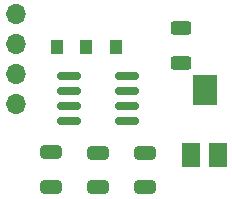
<source format=gbr>
%TF.GenerationSoftware,KiCad,Pcbnew,9.0.7*%
%TF.CreationDate,2026-01-21T13:14:29+02:00*%
%TF.ProjectId,Electronics Assignment 2,456c6563-7472-46f6-9e69-637320417373,rev?*%
%TF.SameCoordinates,Original*%
%TF.FileFunction,Soldermask,Top*%
%TF.FilePolarity,Negative*%
%FSLAX46Y46*%
G04 Gerber Fmt 4.6, Leading zero omitted, Abs format (unit mm)*
G04 Created by KiCad (PCBNEW 9.0.7) date 2026-01-21 13:14:29*
%MOMM*%
%LPD*%
G01*
G04 APERTURE LIST*
G04 Aperture macros list*
%AMRoundRect*
0 Rectangle with rounded corners*
0 $1 Rounding radius*
0 $2 $3 $4 $5 $6 $7 $8 $9 X,Y pos of 4 corners*
0 Add a 4 corners polygon primitive as box body*
4,1,4,$2,$3,$4,$5,$6,$7,$8,$9,$2,$3,0*
0 Add four circle primitives for the rounded corners*
1,1,$1+$1,$2,$3*
1,1,$1+$1,$4,$5*
1,1,$1+$1,$6,$7*
1,1,$1+$1,$8,$9*
0 Add four rect primitives between the rounded corners*
20,1,$1+$1,$2,$3,$4,$5,0*
20,1,$1+$1,$4,$5,$6,$7,0*
20,1,$1+$1,$6,$7,$8,$9,0*
20,1,$1+$1,$8,$9,$2,$3,0*%
G04 Aperture macros list end*
%ADD10R,1.000000X1.200000*%
%ADD11RoundRect,0.250000X-0.650000X0.325000X-0.650000X-0.325000X0.650000X-0.325000X0.650000X0.325000X0*%
%ADD12RoundRect,0.250000X0.650000X-0.325000X0.650000X0.325000X-0.650000X0.325000X-0.650000X-0.325000X0*%
%ADD13R,1.500000X2.000000*%
%ADD14R,2.000000X2.500000*%
%ADD15RoundRect,0.150000X-0.825000X-0.150000X0.825000X-0.150000X0.825000X0.150000X-0.825000X0.150000X0*%
%ADD16O,1.700000X1.700000*%
%ADD17RoundRect,0.250000X-0.625000X0.312500X-0.625000X-0.312500X0.625000X-0.312500X0.625000X0.312500X0*%
G04 APERTURE END LIST*
D10*
%TO.C,SW1*%
X142000000Y-105100000D03*
X139500000Y-105100000D03*
X137000000Y-105100000D03*
%TD*%
D11*
%TO.C,C2*%
X136500000Y-114050000D03*
X136500000Y-117000000D03*
%TD*%
D12*
%TO.C,C3*%
X140475000Y-117025000D03*
X140475000Y-114075000D03*
%TD*%
D13*
%TO.C,RV1*%
X150660000Y-114250000D03*
D14*
X149500000Y-108750000D03*
D13*
X148350000Y-114250000D03*
%TD*%
D11*
%TO.C,C1*%
X144475000Y-114075000D03*
X144475000Y-117025000D03*
%TD*%
D15*
%TO.C,U1*%
X138025000Y-107595000D03*
X138025000Y-108865000D03*
X138025000Y-110135000D03*
X138025000Y-111405000D03*
X142975000Y-111405000D03*
X142975000Y-110135000D03*
X142975000Y-108865000D03*
X142975000Y-107595000D03*
%TD*%
D16*
%TO.C,J2*%
X133500000Y-102380000D03*
X133500000Y-104920000D03*
X133500000Y-107460000D03*
X133500000Y-110000000D03*
%TD*%
D17*
%TO.C,R1*%
X147500000Y-103537500D03*
X147500000Y-106462500D03*
%TD*%
M02*

</source>
